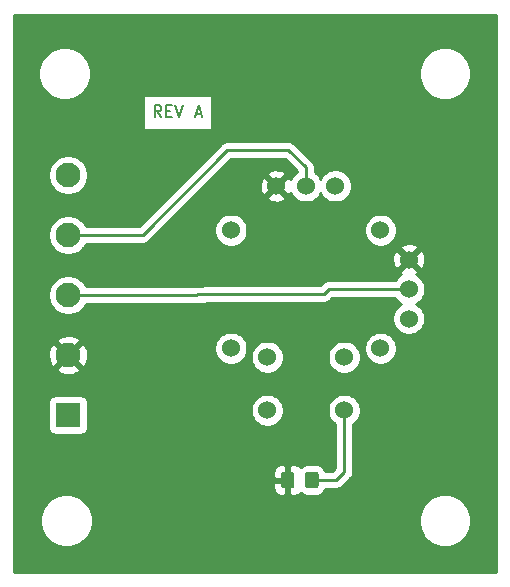
<source format=gbr>
G04 #@! TF.GenerationSoftware,KiCad,Pcbnew,(5.1.5)-3*
G04 #@! TF.CreationDate,2020-07-03T21:41:31-07:00*
G04 #@! TF.ProjectId,joystick,6a6f7973-7469-4636-9b2e-6b696361645f,rev?*
G04 #@! TF.SameCoordinates,Original*
G04 #@! TF.FileFunction,Copper,L1,Top*
G04 #@! TF.FilePolarity,Positive*
%FSLAX46Y46*%
G04 Gerber Fmt 4.6, Leading zero omitted, Abs format (unit mm)*
G04 Created by KiCad (PCBNEW (5.1.5)-3) date 2020-07-03 21:41:31*
%MOMM*%
%LPD*%
G04 APERTURE LIST*
%ADD10C,0.150000*%
%ADD11C,1.524000*%
%ADD12C,0.100000*%
%ADD13R,2.100000X2.100000*%
%ADD14C,2.100000*%
%ADD15C,0.250000*%
%ADD16C,0.254000*%
G04 APERTURE END LIST*
D10*
X96544047Y-47477380D02*
X96210714Y-47001190D01*
X95972619Y-47477380D02*
X95972619Y-46477380D01*
X96353571Y-46477380D01*
X96448809Y-46525000D01*
X96496428Y-46572619D01*
X96544047Y-46667857D01*
X96544047Y-46810714D01*
X96496428Y-46905952D01*
X96448809Y-46953571D01*
X96353571Y-47001190D01*
X95972619Y-47001190D01*
X96972619Y-46953571D02*
X97305952Y-46953571D01*
X97448809Y-47477380D02*
X96972619Y-47477380D01*
X96972619Y-46477380D01*
X97448809Y-46477380D01*
X97734523Y-46477380D02*
X98067857Y-47477380D01*
X98401190Y-46477380D01*
X99448809Y-47191666D02*
X99925000Y-47191666D01*
X99353571Y-47477380D02*
X99686904Y-46477380D01*
X100020238Y-47477380D01*
D11*
X117492400Y-64556000D03*
X117492400Y-62056000D03*
X117492400Y-59556000D03*
X111262400Y-53326000D03*
X108762400Y-53326000D03*
X106262400Y-53326000D03*
X112012400Y-67806000D03*
X105512400Y-67806000D03*
X105512400Y-72306000D03*
X112012400Y-72306000D03*
X115087400Y-57056000D03*
X115087400Y-67056000D03*
X102437400Y-67056000D03*
X102437400Y-57056000D03*
G04 #@! TA.AperFunction,SMDPad,CuDef*
D12*
G36*
X109638305Y-77520504D02*
G01*
X109662573Y-77524104D01*
X109686372Y-77530065D01*
X109709471Y-77538330D01*
X109731650Y-77548820D01*
X109752693Y-77561432D01*
X109772399Y-77576047D01*
X109790577Y-77592523D01*
X109807053Y-77610701D01*
X109821668Y-77630407D01*
X109834280Y-77651450D01*
X109844770Y-77673629D01*
X109853035Y-77696728D01*
X109858996Y-77720527D01*
X109862596Y-77744795D01*
X109863800Y-77769299D01*
X109863800Y-78669301D01*
X109862596Y-78693805D01*
X109858996Y-78718073D01*
X109853035Y-78741872D01*
X109844770Y-78764971D01*
X109834280Y-78787150D01*
X109821668Y-78808193D01*
X109807053Y-78827899D01*
X109790577Y-78846077D01*
X109772399Y-78862553D01*
X109752693Y-78877168D01*
X109731650Y-78889780D01*
X109709471Y-78900270D01*
X109686372Y-78908535D01*
X109662573Y-78914496D01*
X109638305Y-78918096D01*
X109613801Y-78919300D01*
X108963799Y-78919300D01*
X108939295Y-78918096D01*
X108915027Y-78914496D01*
X108891228Y-78908535D01*
X108868129Y-78900270D01*
X108845950Y-78889780D01*
X108824907Y-78877168D01*
X108805201Y-78862553D01*
X108787023Y-78846077D01*
X108770547Y-78827899D01*
X108755932Y-78808193D01*
X108743320Y-78787150D01*
X108732830Y-78764971D01*
X108724565Y-78741872D01*
X108718604Y-78718073D01*
X108715004Y-78693805D01*
X108713800Y-78669301D01*
X108713800Y-77769299D01*
X108715004Y-77744795D01*
X108718604Y-77720527D01*
X108724565Y-77696728D01*
X108732830Y-77673629D01*
X108743320Y-77651450D01*
X108755932Y-77630407D01*
X108770547Y-77610701D01*
X108787023Y-77592523D01*
X108805201Y-77576047D01*
X108824907Y-77561432D01*
X108845950Y-77548820D01*
X108868129Y-77538330D01*
X108891228Y-77530065D01*
X108915027Y-77524104D01*
X108939295Y-77520504D01*
X108963799Y-77519300D01*
X109613801Y-77519300D01*
X109638305Y-77520504D01*
G37*
G04 #@! TD.AperFunction*
G04 #@! TA.AperFunction,SMDPad,CuDef*
G36*
X107588305Y-77520504D02*
G01*
X107612573Y-77524104D01*
X107636372Y-77530065D01*
X107659471Y-77538330D01*
X107681650Y-77548820D01*
X107702693Y-77561432D01*
X107722399Y-77576047D01*
X107740577Y-77592523D01*
X107757053Y-77610701D01*
X107771668Y-77630407D01*
X107784280Y-77651450D01*
X107794770Y-77673629D01*
X107803035Y-77696728D01*
X107808996Y-77720527D01*
X107812596Y-77744795D01*
X107813800Y-77769299D01*
X107813800Y-78669301D01*
X107812596Y-78693805D01*
X107808996Y-78718073D01*
X107803035Y-78741872D01*
X107794770Y-78764971D01*
X107784280Y-78787150D01*
X107771668Y-78808193D01*
X107757053Y-78827899D01*
X107740577Y-78846077D01*
X107722399Y-78862553D01*
X107702693Y-78877168D01*
X107681650Y-78889780D01*
X107659471Y-78900270D01*
X107636372Y-78908535D01*
X107612573Y-78914496D01*
X107588305Y-78918096D01*
X107563801Y-78919300D01*
X106913799Y-78919300D01*
X106889295Y-78918096D01*
X106865027Y-78914496D01*
X106841228Y-78908535D01*
X106818129Y-78900270D01*
X106795950Y-78889780D01*
X106774907Y-78877168D01*
X106755201Y-78862553D01*
X106737023Y-78846077D01*
X106720547Y-78827899D01*
X106705932Y-78808193D01*
X106693320Y-78787150D01*
X106682830Y-78764971D01*
X106674565Y-78741872D01*
X106668604Y-78718073D01*
X106665004Y-78693805D01*
X106663800Y-78669301D01*
X106663800Y-77769299D01*
X106665004Y-77744795D01*
X106668604Y-77720527D01*
X106674565Y-77696728D01*
X106682830Y-77673629D01*
X106693320Y-77651450D01*
X106705932Y-77630407D01*
X106720547Y-77610701D01*
X106737023Y-77592523D01*
X106755201Y-77576047D01*
X106774907Y-77561432D01*
X106795950Y-77548820D01*
X106818129Y-77538330D01*
X106841228Y-77530065D01*
X106865027Y-77524104D01*
X106889295Y-77520504D01*
X106913799Y-77519300D01*
X107563801Y-77519300D01*
X107588305Y-77520504D01*
G37*
G04 #@! TD.AperFunction*
D13*
X88646000Y-72720200D03*
D14*
X88646000Y-67640200D03*
X88646000Y-62560200D03*
X88646000Y-57480200D03*
X88646000Y-52400200D03*
D15*
X116414770Y-62056000D02*
X116410970Y-62052200D01*
X117492400Y-62056000D02*
X116414770Y-62056000D01*
X110693200Y-62052200D02*
X110286800Y-62458600D01*
X116410970Y-62052200D02*
X110693200Y-62052200D01*
X88646000Y-62560200D02*
X110286800Y-62458600D01*
X108762400Y-51752100D02*
X108762400Y-53326000D01*
X90130924Y-57480200D02*
X90156324Y-57454800D01*
X107289600Y-50279300D02*
X108762400Y-51752100D01*
X88646000Y-57480200D02*
X90130924Y-57480200D01*
X90156324Y-57454800D02*
X94945200Y-57454800D01*
X94945200Y-57454800D02*
X102120700Y-50279300D01*
X102120700Y-50279300D02*
X107289600Y-50279300D01*
X112012400Y-73383630D02*
X112026700Y-73397930D01*
X112012400Y-72306000D02*
X112012400Y-73383630D01*
X112026700Y-73397930D02*
X112026700Y-77508100D01*
X111315500Y-78219300D02*
X109288800Y-78219300D01*
X112026700Y-77508100D02*
X111315500Y-78219300D01*
D16*
G36*
X124888401Y-85966700D02*
G01*
X84035500Y-85966700D01*
X84035500Y-81453572D01*
X86245900Y-81453572D01*
X86245900Y-81893828D01*
X86331790Y-82325625D01*
X86500269Y-82732369D01*
X86744862Y-83098429D01*
X87056171Y-83409738D01*
X87422231Y-83654331D01*
X87828975Y-83822810D01*
X88260772Y-83908700D01*
X88701028Y-83908700D01*
X89132825Y-83822810D01*
X89539569Y-83654331D01*
X89905629Y-83409738D01*
X90216938Y-83098429D01*
X90461531Y-82732369D01*
X90630010Y-82325625D01*
X90715900Y-81893828D01*
X90715900Y-81453572D01*
X118313400Y-81453572D01*
X118313400Y-81893828D01*
X118399290Y-82325625D01*
X118567769Y-82732369D01*
X118812362Y-83098429D01*
X119123671Y-83409738D01*
X119489731Y-83654331D01*
X119896475Y-83822810D01*
X120328272Y-83908700D01*
X120768528Y-83908700D01*
X121200325Y-83822810D01*
X121607069Y-83654331D01*
X121973129Y-83409738D01*
X122284438Y-83098429D01*
X122529031Y-82732369D01*
X122697510Y-82325625D01*
X122783400Y-81893828D01*
X122783400Y-81453572D01*
X122697510Y-81021775D01*
X122529031Y-80615031D01*
X122284438Y-80248971D01*
X121973129Y-79937662D01*
X121607069Y-79693069D01*
X121200325Y-79524590D01*
X120768528Y-79438700D01*
X120328272Y-79438700D01*
X119896475Y-79524590D01*
X119489731Y-79693069D01*
X119123671Y-79937662D01*
X118812362Y-80248971D01*
X118567769Y-80615031D01*
X118399290Y-81021775D01*
X118313400Y-81453572D01*
X90715900Y-81453572D01*
X90630010Y-81021775D01*
X90461531Y-80615031D01*
X90216938Y-80248971D01*
X89905629Y-79937662D01*
X89539569Y-79693069D01*
X89132825Y-79524590D01*
X88701028Y-79438700D01*
X88260772Y-79438700D01*
X87828975Y-79524590D01*
X87422231Y-79693069D01*
X87056171Y-79937662D01*
X86744862Y-80248971D01*
X86500269Y-80615031D01*
X86331790Y-81021775D01*
X86245900Y-81453572D01*
X84035500Y-81453572D01*
X84035500Y-78919300D01*
X106025728Y-78919300D01*
X106037988Y-79043782D01*
X106074298Y-79163480D01*
X106133263Y-79273794D01*
X106212615Y-79370485D01*
X106309306Y-79449837D01*
X106419620Y-79508802D01*
X106539318Y-79545112D01*
X106663800Y-79557372D01*
X106953050Y-79554300D01*
X107111800Y-79395550D01*
X107111800Y-78346300D01*
X106187550Y-78346300D01*
X106028800Y-78505050D01*
X106025728Y-78919300D01*
X84035500Y-78919300D01*
X84035500Y-77519300D01*
X106025728Y-77519300D01*
X106028800Y-77933550D01*
X106187550Y-78092300D01*
X107111800Y-78092300D01*
X107111800Y-77043050D01*
X107365800Y-77043050D01*
X107365800Y-78092300D01*
X107385800Y-78092300D01*
X107385800Y-78346300D01*
X107365800Y-78346300D01*
X107365800Y-79395550D01*
X107524550Y-79554300D01*
X107813800Y-79557372D01*
X107938282Y-79545112D01*
X108057980Y-79508802D01*
X108168294Y-79449837D01*
X108264985Y-79370485D01*
X108330458Y-79290706D01*
X108335838Y-79297262D01*
X108470413Y-79407705D01*
X108623949Y-79489772D01*
X108790545Y-79540308D01*
X108963799Y-79557372D01*
X109613801Y-79557372D01*
X109787055Y-79540308D01*
X109953651Y-79489772D01*
X110107187Y-79407705D01*
X110241762Y-79297262D01*
X110352205Y-79162687D01*
X110434272Y-79009151D01*
X110443327Y-78979300D01*
X111278178Y-78979300D01*
X111315500Y-78982976D01*
X111352822Y-78979300D01*
X111352833Y-78979300D01*
X111464486Y-78968303D01*
X111607747Y-78924846D01*
X111739776Y-78854274D01*
X111855501Y-78759301D01*
X111879303Y-78730298D01*
X112537702Y-78071899D01*
X112566701Y-78048101D01*
X112661674Y-77932376D01*
X112732246Y-77800347D01*
X112775703Y-77657086D01*
X112786700Y-77545433D01*
X112786700Y-77545425D01*
X112790376Y-77508100D01*
X112786700Y-77470775D01*
X112786700Y-73468786D01*
X112902935Y-73391120D01*
X113097520Y-73196535D01*
X113250405Y-72967727D01*
X113355714Y-72713490D01*
X113409400Y-72443592D01*
X113409400Y-72168408D01*
X113355714Y-71898510D01*
X113250405Y-71644273D01*
X113097520Y-71415465D01*
X112902935Y-71220880D01*
X112674127Y-71067995D01*
X112419890Y-70962686D01*
X112149992Y-70909000D01*
X111874808Y-70909000D01*
X111604910Y-70962686D01*
X111350673Y-71067995D01*
X111121865Y-71220880D01*
X110927280Y-71415465D01*
X110774395Y-71644273D01*
X110669086Y-71898510D01*
X110615400Y-72168408D01*
X110615400Y-72443592D01*
X110669086Y-72713490D01*
X110774395Y-72967727D01*
X110927280Y-73196535D01*
X111121865Y-73391120D01*
X111258450Y-73482384D01*
X111263398Y-73532616D01*
X111266700Y-73543502D01*
X111266701Y-77193297D01*
X111000699Y-77459300D01*
X110443327Y-77459300D01*
X110434272Y-77429449D01*
X110352205Y-77275913D01*
X110241762Y-77141338D01*
X110107187Y-77030895D01*
X109953651Y-76948828D01*
X109787055Y-76898292D01*
X109613801Y-76881228D01*
X108963799Y-76881228D01*
X108790545Y-76898292D01*
X108623949Y-76948828D01*
X108470413Y-77030895D01*
X108335838Y-77141338D01*
X108330458Y-77147894D01*
X108264985Y-77068115D01*
X108168294Y-76988763D01*
X108057980Y-76929798D01*
X107938282Y-76893488D01*
X107813800Y-76881228D01*
X107524550Y-76884300D01*
X107365800Y-77043050D01*
X107111800Y-77043050D01*
X106953050Y-76884300D01*
X106663800Y-76881228D01*
X106539318Y-76893488D01*
X106419620Y-76929798D01*
X106309306Y-76988763D01*
X106212615Y-77068115D01*
X106133263Y-77164806D01*
X106074298Y-77275120D01*
X106037988Y-77394818D01*
X106025728Y-77519300D01*
X84035500Y-77519300D01*
X84035500Y-71670200D01*
X86957928Y-71670200D01*
X86957928Y-73770200D01*
X86970188Y-73894682D01*
X87006498Y-74014380D01*
X87065463Y-74124694D01*
X87144815Y-74221385D01*
X87241506Y-74300737D01*
X87351820Y-74359702D01*
X87471518Y-74396012D01*
X87596000Y-74408272D01*
X89696000Y-74408272D01*
X89820482Y-74396012D01*
X89940180Y-74359702D01*
X90050494Y-74300737D01*
X90147185Y-74221385D01*
X90226537Y-74124694D01*
X90285502Y-74014380D01*
X90321812Y-73894682D01*
X90334072Y-73770200D01*
X90334072Y-72168408D01*
X104115400Y-72168408D01*
X104115400Y-72443592D01*
X104169086Y-72713490D01*
X104274395Y-72967727D01*
X104427280Y-73196535D01*
X104621865Y-73391120D01*
X104850673Y-73544005D01*
X105104910Y-73649314D01*
X105374808Y-73703000D01*
X105649992Y-73703000D01*
X105919890Y-73649314D01*
X106174127Y-73544005D01*
X106402935Y-73391120D01*
X106597520Y-73196535D01*
X106750405Y-72967727D01*
X106855714Y-72713490D01*
X106909400Y-72443592D01*
X106909400Y-72168408D01*
X106855714Y-71898510D01*
X106750405Y-71644273D01*
X106597520Y-71415465D01*
X106402935Y-71220880D01*
X106174127Y-71067995D01*
X105919890Y-70962686D01*
X105649992Y-70909000D01*
X105374808Y-70909000D01*
X105104910Y-70962686D01*
X104850673Y-71067995D01*
X104621865Y-71220880D01*
X104427280Y-71415465D01*
X104274395Y-71644273D01*
X104169086Y-71898510D01*
X104115400Y-72168408D01*
X90334072Y-72168408D01*
X90334072Y-71670200D01*
X90321812Y-71545718D01*
X90285502Y-71426020D01*
X90226537Y-71315706D01*
X90147185Y-71219015D01*
X90050494Y-71139663D01*
X89940180Y-71080698D01*
X89820482Y-71044388D01*
X89696000Y-71032128D01*
X87596000Y-71032128D01*
X87471518Y-71044388D01*
X87351820Y-71080698D01*
X87241506Y-71139663D01*
X87144815Y-71219015D01*
X87065463Y-71315706D01*
X87006498Y-71426020D01*
X86970188Y-71545718D01*
X86957928Y-71670200D01*
X84035500Y-71670200D01*
X84035500Y-68811266D01*
X87654539Y-68811266D01*
X87756339Y-69080779D01*
X88054477Y-69226663D01*
X88375346Y-69311580D01*
X88706617Y-69332266D01*
X89035557Y-69287928D01*
X89349527Y-69180269D01*
X89535661Y-69080779D01*
X89637461Y-68811266D01*
X88646000Y-67819805D01*
X87654539Y-68811266D01*
X84035500Y-68811266D01*
X84035500Y-67700817D01*
X86953934Y-67700817D01*
X86998272Y-68029757D01*
X87105931Y-68343727D01*
X87205421Y-68529861D01*
X87474934Y-68631661D01*
X88466395Y-67640200D01*
X88825605Y-67640200D01*
X89817066Y-68631661D01*
X90086579Y-68529861D01*
X90232463Y-68231723D01*
X90317380Y-67910854D01*
X90338066Y-67579583D01*
X90293728Y-67250643D01*
X90186069Y-66936673D01*
X90176307Y-66918408D01*
X101040400Y-66918408D01*
X101040400Y-67193592D01*
X101094086Y-67463490D01*
X101199395Y-67717727D01*
X101352280Y-67946535D01*
X101546865Y-68141120D01*
X101775673Y-68294005D01*
X102029910Y-68399314D01*
X102299808Y-68453000D01*
X102574992Y-68453000D01*
X102844890Y-68399314D01*
X103099127Y-68294005D01*
X103327935Y-68141120D01*
X103522520Y-67946535D01*
X103675405Y-67717727D01*
X103695833Y-67668408D01*
X104115400Y-67668408D01*
X104115400Y-67943592D01*
X104169086Y-68213490D01*
X104274395Y-68467727D01*
X104427280Y-68696535D01*
X104621865Y-68891120D01*
X104850673Y-69044005D01*
X105104910Y-69149314D01*
X105374808Y-69203000D01*
X105649992Y-69203000D01*
X105919890Y-69149314D01*
X106174127Y-69044005D01*
X106402935Y-68891120D01*
X106597520Y-68696535D01*
X106750405Y-68467727D01*
X106855714Y-68213490D01*
X106909400Y-67943592D01*
X106909400Y-67668408D01*
X110615400Y-67668408D01*
X110615400Y-67943592D01*
X110669086Y-68213490D01*
X110774395Y-68467727D01*
X110927280Y-68696535D01*
X111121865Y-68891120D01*
X111350673Y-69044005D01*
X111604910Y-69149314D01*
X111874808Y-69203000D01*
X112149992Y-69203000D01*
X112419890Y-69149314D01*
X112674127Y-69044005D01*
X112902935Y-68891120D01*
X113097520Y-68696535D01*
X113250405Y-68467727D01*
X113355714Y-68213490D01*
X113409400Y-67943592D01*
X113409400Y-67668408D01*
X113355714Y-67398510D01*
X113250405Y-67144273D01*
X113099487Y-66918408D01*
X113690400Y-66918408D01*
X113690400Y-67193592D01*
X113744086Y-67463490D01*
X113849395Y-67717727D01*
X114002280Y-67946535D01*
X114196865Y-68141120D01*
X114425673Y-68294005D01*
X114679910Y-68399314D01*
X114949808Y-68453000D01*
X115224992Y-68453000D01*
X115494890Y-68399314D01*
X115749127Y-68294005D01*
X115977935Y-68141120D01*
X116172520Y-67946535D01*
X116325405Y-67717727D01*
X116430714Y-67463490D01*
X116484400Y-67193592D01*
X116484400Y-66918408D01*
X116430714Y-66648510D01*
X116325405Y-66394273D01*
X116172520Y-66165465D01*
X115977935Y-65970880D01*
X115749127Y-65817995D01*
X115494890Y-65712686D01*
X115224992Y-65659000D01*
X114949808Y-65659000D01*
X114679910Y-65712686D01*
X114425673Y-65817995D01*
X114196865Y-65970880D01*
X114002280Y-66165465D01*
X113849395Y-66394273D01*
X113744086Y-66648510D01*
X113690400Y-66918408D01*
X113099487Y-66918408D01*
X113097520Y-66915465D01*
X112902935Y-66720880D01*
X112674127Y-66567995D01*
X112419890Y-66462686D01*
X112149992Y-66409000D01*
X111874808Y-66409000D01*
X111604910Y-66462686D01*
X111350673Y-66567995D01*
X111121865Y-66720880D01*
X110927280Y-66915465D01*
X110774395Y-67144273D01*
X110669086Y-67398510D01*
X110615400Y-67668408D01*
X106909400Y-67668408D01*
X106855714Y-67398510D01*
X106750405Y-67144273D01*
X106597520Y-66915465D01*
X106402935Y-66720880D01*
X106174127Y-66567995D01*
X105919890Y-66462686D01*
X105649992Y-66409000D01*
X105374808Y-66409000D01*
X105104910Y-66462686D01*
X104850673Y-66567995D01*
X104621865Y-66720880D01*
X104427280Y-66915465D01*
X104274395Y-67144273D01*
X104169086Y-67398510D01*
X104115400Y-67668408D01*
X103695833Y-67668408D01*
X103780714Y-67463490D01*
X103834400Y-67193592D01*
X103834400Y-66918408D01*
X103780714Y-66648510D01*
X103675405Y-66394273D01*
X103522520Y-66165465D01*
X103327935Y-65970880D01*
X103099127Y-65817995D01*
X102844890Y-65712686D01*
X102574992Y-65659000D01*
X102299808Y-65659000D01*
X102029910Y-65712686D01*
X101775673Y-65817995D01*
X101546865Y-65970880D01*
X101352280Y-66165465D01*
X101199395Y-66394273D01*
X101094086Y-66648510D01*
X101040400Y-66918408D01*
X90176307Y-66918408D01*
X90086579Y-66750539D01*
X89817066Y-66648739D01*
X88825605Y-67640200D01*
X88466395Y-67640200D01*
X87474934Y-66648739D01*
X87205421Y-66750539D01*
X87059537Y-67048677D01*
X86974620Y-67369546D01*
X86953934Y-67700817D01*
X84035500Y-67700817D01*
X84035500Y-66469134D01*
X87654539Y-66469134D01*
X88646000Y-67460595D01*
X89637461Y-66469134D01*
X89535661Y-66199621D01*
X89237523Y-66053737D01*
X88916654Y-65968820D01*
X88585383Y-65948134D01*
X88256443Y-65992472D01*
X87942473Y-66100131D01*
X87756339Y-66199621D01*
X87654539Y-66469134D01*
X84035500Y-66469134D01*
X84035500Y-62394242D01*
X86961000Y-62394242D01*
X86961000Y-62726158D01*
X87025754Y-63051696D01*
X87152772Y-63358347D01*
X87337175Y-63634325D01*
X87571875Y-63869025D01*
X87847853Y-64053428D01*
X88154504Y-64180446D01*
X88480042Y-64245200D01*
X88811958Y-64245200D01*
X89137496Y-64180446D01*
X89444147Y-64053428D01*
X89720125Y-63869025D01*
X89954825Y-63634325D01*
X90139228Y-63358347D01*
X90157966Y-63313109D01*
X110251253Y-63218775D01*
X110286800Y-63222276D01*
X110325905Y-63218424D01*
X110327700Y-63218416D01*
X110363209Y-63214750D01*
X110435785Y-63207602D01*
X110437505Y-63207080D01*
X110439300Y-63206895D01*
X110509170Y-63185342D01*
X110579046Y-63164146D01*
X110580635Y-63163296D01*
X110582355Y-63162766D01*
X110646543Y-63128068D01*
X110711076Y-63093574D01*
X110712471Y-63092429D01*
X110714051Y-63091575D01*
X110770192Y-63045058D01*
X110797802Y-63022399D01*
X110799072Y-63021129D01*
X110829329Y-62996059D01*
X110851859Y-62968343D01*
X111008001Y-62812200D01*
X116317520Y-62812200D01*
X116407280Y-62946535D01*
X116601865Y-63141120D01*
X116830673Y-63294005D01*
X116859631Y-63306000D01*
X116830673Y-63317995D01*
X116601865Y-63470880D01*
X116407280Y-63665465D01*
X116254395Y-63894273D01*
X116149086Y-64148510D01*
X116095400Y-64418408D01*
X116095400Y-64693592D01*
X116149086Y-64963490D01*
X116254395Y-65217727D01*
X116407280Y-65446535D01*
X116601865Y-65641120D01*
X116830673Y-65794005D01*
X117084910Y-65899314D01*
X117354808Y-65953000D01*
X117629992Y-65953000D01*
X117899890Y-65899314D01*
X118154127Y-65794005D01*
X118382935Y-65641120D01*
X118577520Y-65446535D01*
X118730405Y-65217727D01*
X118835714Y-64963490D01*
X118889400Y-64693592D01*
X118889400Y-64418408D01*
X118835714Y-64148510D01*
X118730405Y-63894273D01*
X118577520Y-63665465D01*
X118382935Y-63470880D01*
X118154127Y-63317995D01*
X118125169Y-63306000D01*
X118154127Y-63294005D01*
X118382935Y-63141120D01*
X118577520Y-62946535D01*
X118730405Y-62717727D01*
X118835714Y-62463490D01*
X118889400Y-62193592D01*
X118889400Y-61918408D01*
X118835714Y-61648510D01*
X118730405Y-61394273D01*
X118577520Y-61165465D01*
X118382935Y-60970880D01*
X118154127Y-60817995D01*
X118126999Y-60806758D01*
X118211380Y-60761656D01*
X118278360Y-60521565D01*
X117492400Y-59735605D01*
X116706440Y-60521565D01*
X116773420Y-60761656D01*
X116863933Y-60804218D01*
X116830673Y-60817995D01*
X116601865Y-60970880D01*
X116407280Y-61165465D01*
X116322598Y-61292200D01*
X110730522Y-61292200D01*
X110693199Y-61288524D01*
X110655876Y-61292200D01*
X110655867Y-61292200D01*
X110544214Y-61303197D01*
X110400953Y-61346654D01*
X110268924Y-61417226D01*
X110153199Y-61512199D01*
X110129400Y-61541198D01*
X109970521Y-61700077D01*
X90152097Y-61793121D01*
X90139228Y-61762053D01*
X89954825Y-61486075D01*
X89720125Y-61251375D01*
X89444147Y-61066972D01*
X89137496Y-60939954D01*
X88811958Y-60875200D01*
X88480042Y-60875200D01*
X88154504Y-60939954D01*
X87847853Y-61066972D01*
X87571875Y-61251375D01*
X87337175Y-61486075D01*
X87152772Y-61762053D01*
X87025754Y-62068704D01*
X86961000Y-62394242D01*
X84035500Y-62394242D01*
X84035500Y-59628017D01*
X116090490Y-59628017D01*
X116131478Y-59900133D01*
X116224764Y-60159023D01*
X116286744Y-60274980D01*
X116526835Y-60341960D01*
X117312795Y-59556000D01*
X117672005Y-59556000D01*
X118457965Y-60341960D01*
X118698056Y-60274980D01*
X118815156Y-60025952D01*
X118881423Y-59758865D01*
X118894310Y-59483983D01*
X118853322Y-59211867D01*
X118760036Y-58952977D01*
X118698056Y-58837020D01*
X118457965Y-58770040D01*
X117672005Y-59556000D01*
X117312795Y-59556000D01*
X116526835Y-58770040D01*
X116286744Y-58837020D01*
X116169644Y-59086048D01*
X116103377Y-59353135D01*
X116090490Y-59628017D01*
X84035500Y-59628017D01*
X84035500Y-57314242D01*
X86961000Y-57314242D01*
X86961000Y-57646158D01*
X87025754Y-57971696D01*
X87152772Y-58278347D01*
X87337175Y-58554325D01*
X87571875Y-58789025D01*
X87847853Y-58973428D01*
X88154504Y-59100446D01*
X88480042Y-59165200D01*
X88811958Y-59165200D01*
X89137496Y-59100446D01*
X89444147Y-58973428D01*
X89720125Y-58789025D01*
X89918715Y-58590435D01*
X116706440Y-58590435D01*
X117492400Y-59376395D01*
X118278360Y-58590435D01*
X118211380Y-58350344D01*
X117962352Y-58233244D01*
X117695265Y-58166977D01*
X117420383Y-58154090D01*
X117148267Y-58195078D01*
X116889377Y-58288364D01*
X116773420Y-58350344D01*
X116706440Y-58590435D01*
X89918715Y-58590435D01*
X89954825Y-58554325D01*
X90139228Y-58278347D01*
X90154467Y-58241557D01*
X90168246Y-58240200D01*
X90168257Y-58240200D01*
X90279910Y-58229203D01*
X90327391Y-58214800D01*
X94907878Y-58214800D01*
X94945200Y-58218476D01*
X94982522Y-58214800D01*
X94982533Y-58214800D01*
X95094186Y-58203803D01*
X95237447Y-58160346D01*
X95369476Y-58089774D01*
X95485201Y-57994801D01*
X95509004Y-57965797D01*
X96556393Y-56918408D01*
X101040400Y-56918408D01*
X101040400Y-57193592D01*
X101094086Y-57463490D01*
X101199395Y-57717727D01*
X101352280Y-57946535D01*
X101546865Y-58141120D01*
X101775673Y-58294005D01*
X102029910Y-58399314D01*
X102299808Y-58453000D01*
X102574992Y-58453000D01*
X102844890Y-58399314D01*
X103099127Y-58294005D01*
X103327935Y-58141120D01*
X103522520Y-57946535D01*
X103675405Y-57717727D01*
X103780714Y-57463490D01*
X103834400Y-57193592D01*
X103834400Y-56918408D01*
X113690400Y-56918408D01*
X113690400Y-57193592D01*
X113744086Y-57463490D01*
X113849395Y-57717727D01*
X114002280Y-57946535D01*
X114196865Y-58141120D01*
X114425673Y-58294005D01*
X114679910Y-58399314D01*
X114949808Y-58453000D01*
X115224992Y-58453000D01*
X115494890Y-58399314D01*
X115749127Y-58294005D01*
X115977935Y-58141120D01*
X116172520Y-57946535D01*
X116325405Y-57717727D01*
X116430714Y-57463490D01*
X116484400Y-57193592D01*
X116484400Y-56918408D01*
X116430714Y-56648510D01*
X116325405Y-56394273D01*
X116172520Y-56165465D01*
X115977935Y-55970880D01*
X115749127Y-55817995D01*
X115494890Y-55712686D01*
X115224992Y-55659000D01*
X114949808Y-55659000D01*
X114679910Y-55712686D01*
X114425673Y-55817995D01*
X114196865Y-55970880D01*
X114002280Y-56165465D01*
X113849395Y-56394273D01*
X113744086Y-56648510D01*
X113690400Y-56918408D01*
X103834400Y-56918408D01*
X103780714Y-56648510D01*
X103675405Y-56394273D01*
X103522520Y-56165465D01*
X103327935Y-55970880D01*
X103099127Y-55817995D01*
X102844890Y-55712686D01*
X102574992Y-55659000D01*
X102299808Y-55659000D01*
X102029910Y-55712686D01*
X101775673Y-55817995D01*
X101546865Y-55970880D01*
X101352280Y-56165465D01*
X101199395Y-56394273D01*
X101094086Y-56648510D01*
X101040400Y-56918408D01*
X96556393Y-56918408D01*
X99183236Y-54291565D01*
X105476440Y-54291565D01*
X105543420Y-54531656D01*
X105792448Y-54648756D01*
X106059535Y-54715023D01*
X106334417Y-54727910D01*
X106606533Y-54686922D01*
X106865423Y-54593636D01*
X106981380Y-54531656D01*
X107048360Y-54291565D01*
X106262400Y-53505605D01*
X105476440Y-54291565D01*
X99183236Y-54291565D01*
X100076785Y-53398017D01*
X104860490Y-53398017D01*
X104901478Y-53670133D01*
X104994764Y-53929023D01*
X105056744Y-54044980D01*
X105296835Y-54111960D01*
X106082795Y-53326000D01*
X105296835Y-52540040D01*
X105056744Y-52607020D01*
X104939644Y-52856048D01*
X104873377Y-53123135D01*
X104860490Y-53398017D01*
X100076785Y-53398017D01*
X101114367Y-52360435D01*
X105476440Y-52360435D01*
X106262400Y-53146395D01*
X107048360Y-52360435D01*
X106981380Y-52120344D01*
X106732352Y-52003244D01*
X106465265Y-51936977D01*
X106190383Y-51924090D01*
X105918267Y-51965078D01*
X105659377Y-52058364D01*
X105543420Y-52120344D01*
X105476440Y-52360435D01*
X101114367Y-52360435D01*
X102435503Y-51039300D01*
X106974799Y-51039300D01*
X108002400Y-52066902D01*
X108002400Y-52153659D01*
X107871865Y-52240880D01*
X107677280Y-52435465D01*
X107524395Y-52664273D01*
X107513158Y-52691401D01*
X107468056Y-52607020D01*
X107227965Y-52540040D01*
X106442005Y-53326000D01*
X107227965Y-54111960D01*
X107468056Y-54044980D01*
X107510618Y-53954467D01*
X107524395Y-53987727D01*
X107677280Y-54216535D01*
X107871865Y-54411120D01*
X108100673Y-54564005D01*
X108354910Y-54669314D01*
X108624808Y-54723000D01*
X108899992Y-54723000D01*
X109169890Y-54669314D01*
X109424127Y-54564005D01*
X109652935Y-54411120D01*
X109847520Y-54216535D01*
X110000405Y-53987727D01*
X110012400Y-53958769D01*
X110024395Y-53987727D01*
X110177280Y-54216535D01*
X110371865Y-54411120D01*
X110600673Y-54564005D01*
X110854910Y-54669314D01*
X111124808Y-54723000D01*
X111399992Y-54723000D01*
X111669890Y-54669314D01*
X111924127Y-54564005D01*
X112152935Y-54411120D01*
X112347520Y-54216535D01*
X112500405Y-53987727D01*
X112605714Y-53733490D01*
X112659400Y-53463592D01*
X112659400Y-53188408D01*
X112605714Y-52918510D01*
X112500405Y-52664273D01*
X112347520Y-52435465D01*
X112152935Y-52240880D01*
X111924127Y-52087995D01*
X111669890Y-51982686D01*
X111399992Y-51929000D01*
X111124808Y-51929000D01*
X110854910Y-51982686D01*
X110600673Y-52087995D01*
X110371865Y-52240880D01*
X110177280Y-52435465D01*
X110024395Y-52664273D01*
X110012400Y-52693231D01*
X110000405Y-52664273D01*
X109847520Y-52435465D01*
X109652935Y-52240880D01*
X109522400Y-52153659D01*
X109522400Y-51789425D01*
X109526076Y-51752100D01*
X109522400Y-51714775D01*
X109522400Y-51714767D01*
X109511403Y-51603114D01*
X109467946Y-51459853D01*
X109397374Y-51327824D01*
X109302401Y-51212099D01*
X109273404Y-51188302D01*
X107853404Y-49768303D01*
X107829601Y-49739299D01*
X107713876Y-49644326D01*
X107581847Y-49573754D01*
X107438586Y-49530297D01*
X107326933Y-49519300D01*
X107326922Y-49519300D01*
X107289600Y-49515624D01*
X107252278Y-49519300D01*
X102158022Y-49519300D01*
X102120699Y-49515624D01*
X102083376Y-49519300D01*
X102083367Y-49519300D01*
X101971714Y-49530297D01*
X101828453Y-49573754D01*
X101696424Y-49644326D01*
X101696422Y-49644327D01*
X101696423Y-49644327D01*
X101609696Y-49715501D01*
X101609692Y-49715505D01*
X101580699Y-49739299D01*
X101556905Y-49768292D01*
X94630399Y-56694800D01*
X90193646Y-56694800D01*
X90156323Y-56691124D01*
X90143508Y-56692386D01*
X90139228Y-56682053D01*
X89954825Y-56406075D01*
X89720125Y-56171375D01*
X89444147Y-55986972D01*
X89137496Y-55859954D01*
X88811958Y-55795200D01*
X88480042Y-55795200D01*
X88154504Y-55859954D01*
X87847853Y-55986972D01*
X87571875Y-56171375D01*
X87337175Y-56406075D01*
X87152772Y-56682053D01*
X87025754Y-56988704D01*
X86961000Y-57314242D01*
X84035500Y-57314242D01*
X84035500Y-52234242D01*
X86961000Y-52234242D01*
X86961000Y-52566158D01*
X87025754Y-52891696D01*
X87152772Y-53198347D01*
X87337175Y-53474325D01*
X87571875Y-53709025D01*
X87847853Y-53893428D01*
X88154504Y-54020446D01*
X88480042Y-54085200D01*
X88811958Y-54085200D01*
X89137496Y-54020446D01*
X89444147Y-53893428D01*
X89720125Y-53709025D01*
X89954825Y-53474325D01*
X90139228Y-53198347D01*
X90266246Y-52891696D01*
X90331000Y-52566158D01*
X90331000Y-52234242D01*
X90266246Y-51908704D01*
X90139228Y-51602053D01*
X89954825Y-51326075D01*
X89720125Y-51091375D01*
X89444147Y-50906972D01*
X89137496Y-50779954D01*
X88811958Y-50715200D01*
X88480042Y-50715200D01*
X88154504Y-50779954D01*
X87847853Y-50906972D01*
X87571875Y-51091375D01*
X87337175Y-51326075D01*
X87152772Y-51602053D01*
X87025754Y-51908704D01*
X86961000Y-52234242D01*
X84035500Y-52234242D01*
X84035500Y-43569472D01*
X86131600Y-43569472D01*
X86131600Y-44009728D01*
X86217490Y-44441525D01*
X86385969Y-44848269D01*
X86630562Y-45214329D01*
X86941871Y-45525638D01*
X87307931Y-45770231D01*
X87714675Y-45938710D01*
X88146472Y-46024600D01*
X88586728Y-46024600D01*
X89018525Y-45938710D01*
X89425269Y-45770231D01*
X89631398Y-45632500D01*
X95024524Y-45632500D01*
X95024524Y-48552500D01*
X100825476Y-48552500D01*
X100825476Y-45632500D01*
X95024524Y-45632500D01*
X89631398Y-45632500D01*
X89791329Y-45525638D01*
X90102638Y-45214329D01*
X90347231Y-44848269D01*
X90515710Y-44441525D01*
X90601600Y-44009728D01*
X90601600Y-43569472D01*
X118313400Y-43569472D01*
X118313400Y-44009728D01*
X118399290Y-44441525D01*
X118567769Y-44848269D01*
X118812362Y-45214329D01*
X119123671Y-45525638D01*
X119489731Y-45770231D01*
X119896475Y-45938710D01*
X120328272Y-46024600D01*
X120768528Y-46024600D01*
X121200325Y-45938710D01*
X121607069Y-45770231D01*
X121973129Y-45525638D01*
X122284438Y-45214329D01*
X122529031Y-44848269D01*
X122697510Y-44441525D01*
X122783400Y-44009728D01*
X122783400Y-43569472D01*
X122697510Y-43137675D01*
X122529031Y-42730931D01*
X122284438Y-42364871D01*
X121973129Y-42053562D01*
X121607069Y-41808969D01*
X121200325Y-41640490D01*
X120768528Y-41554600D01*
X120328272Y-41554600D01*
X119896475Y-41640490D01*
X119489731Y-41808969D01*
X119123671Y-42053562D01*
X118812362Y-42364871D01*
X118567769Y-42730931D01*
X118399290Y-43137675D01*
X118313400Y-43569472D01*
X90601600Y-43569472D01*
X90515710Y-43137675D01*
X90347231Y-42730931D01*
X90102638Y-42364871D01*
X89791329Y-42053562D01*
X89425269Y-41808969D01*
X89018525Y-41640490D01*
X88586728Y-41554600D01*
X88146472Y-41554600D01*
X87714675Y-41640490D01*
X87307931Y-41808969D01*
X86941871Y-42053562D01*
X86630562Y-42364871D01*
X86385969Y-42730931D01*
X86217490Y-43137675D01*
X86131600Y-43569472D01*
X84035500Y-43569472D01*
X84035500Y-38887000D01*
X124888400Y-38887000D01*
X124888401Y-85966700D01*
G37*
X124888401Y-85966700D02*
X84035500Y-85966700D01*
X84035500Y-81453572D01*
X86245900Y-81453572D01*
X86245900Y-81893828D01*
X86331790Y-82325625D01*
X86500269Y-82732369D01*
X86744862Y-83098429D01*
X87056171Y-83409738D01*
X87422231Y-83654331D01*
X87828975Y-83822810D01*
X88260772Y-83908700D01*
X88701028Y-83908700D01*
X89132825Y-83822810D01*
X89539569Y-83654331D01*
X89905629Y-83409738D01*
X90216938Y-83098429D01*
X90461531Y-82732369D01*
X90630010Y-82325625D01*
X90715900Y-81893828D01*
X90715900Y-81453572D01*
X118313400Y-81453572D01*
X118313400Y-81893828D01*
X118399290Y-82325625D01*
X118567769Y-82732369D01*
X118812362Y-83098429D01*
X119123671Y-83409738D01*
X119489731Y-83654331D01*
X119896475Y-83822810D01*
X120328272Y-83908700D01*
X120768528Y-83908700D01*
X121200325Y-83822810D01*
X121607069Y-83654331D01*
X121973129Y-83409738D01*
X122284438Y-83098429D01*
X122529031Y-82732369D01*
X122697510Y-82325625D01*
X122783400Y-81893828D01*
X122783400Y-81453572D01*
X122697510Y-81021775D01*
X122529031Y-80615031D01*
X122284438Y-80248971D01*
X121973129Y-79937662D01*
X121607069Y-79693069D01*
X121200325Y-79524590D01*
X120768528Y-79438700D01*
X120328272Y-79438700D01*
X119896475Y-79524590D01*
X119489731Y-79693069D01*
X119123671Y-79937662D01*
X118812362Y-80248971D01*
X118567769Y-80615031D01*
X118399290Y-81021775D01*
X118313400Y-81453572D01*
X90715900Y-81453572D01*
X90630010Y-81021775D01*
X90461531Y-80615031D01*
X90216938Y-80248971D01*
X89905629Y-79937662D01*
X89539569Y-79693069D01*
X89132825Y-79524590D01*
X88701028Y-79438700D01*
X88260772Y-79438700D01*
X87828975Y-79524590D01*
X87422231Y-79693069D01*
X87056171Y-79937662D01*
X86744862Y-80248971D01*
X86500269Y-80615031D01*
X86331790Y-81021775D01*
X86245900Y-81453572D01*
X84035500Y-81453572D01*
X84035500Y-78919300D01*
X106025728Y-78919300D01*
X106037988Y-79043782D01*
X106074298Y-79163480D01*
X106133263Y-79273794D01*
X106212615Y-79370485D01*
X106309306Y-79449837D01*
X106419620Y-79508802D01*
X106539318Y-79545112D01*
X106663800Y-79557372D01*
X106953050Y-79554300D01*
X107111800Y-79395550D01*
X107111800Y-78346300D01*
X106187550Y-78346300D01*
X106028800Y-78505050D01*
X106025728Y-78919300D01*
X84035500Y-78919300D01*
X84035500Y-77519300D01*
X106025728Y-77519300D01*
X106028800Y-77933550D01*
X106187550Y-78092300D01*
X107111800Y-78092300D01*
X107111800Y-77043050D01*
X107365800Y-77043050D01*
X107365800Y-78092300D01*
X107385800Y-78092300D01*
X107385800Y-78346300D01*
X107365800Y-78346300D01*
X107365800Y-79395550D01*
X107524550Y-79554300D01*
X107813800Y-79557372D01*
X107938282Y-79545112D01*
X108057980Y-79508802D01*
X108168294Y-79449837D01*
X108264985Y-79370485D01*
X108330458Y-79290706D01*
X108335838Y-79297262D01*
X108470413Y-79407705D01*
X108623949Y-79489772D01*
X108790545Y-79540308D01*
X108963799Y-79557372D01*
X109613801Y-79557372D01*
X109787055Y-79540308D01*
X109953651Y-79489772D01*
X110107187Y-79407705D01*
X110241762Y-79297262D01*
X110352205Y-79162687D01*
X110434272Y-79009151D01*
X110443327Y-78979300D01*
X111278178Y-78979300D01*
X111315500Y-78982976D01*
X111352822Y-78979300D01*
X111352833Y-78979300D01*
X111464486Y-78968303D01*
X111607747Y-78924846D01*
X111739776Y-78854274D01*
X111855501Y-78759301D01*
X111879303Y-78730298D01*
X112537702Y-78071899D01*
X112566701Y-78048101D01*
X112661674Y-77932376D01*
X112732246Y-77800347D01*
X112775703Y-77657086D01*
X112786700Y-77545433D01*
X112786700Y-77545425D01*
X112790376Y-77508100D01*
X112786700Y-77470775D01*
X112786700Y-73468786D01*
X112902935Y-73391120D01*
X113097520Y-73196535D01*
X113250405Y-72967727D01*
X113355714Y-72713490D01*
X113409400Y-72443592D01*
X113409400Y-72168408D01*
X113355714Y-71898510D01*
X113250405Y-71644273D01*
X113097520Y-71415465D01*
X112902935Y-71220880D01*
X112674127Y-71067995D01*
X112419890Y-70962686D01*
X112149992Y-70909000D01*
X111874808Y-70909000D01*
X111604910Y-70962686D01*
X111350673Y-71067995D01*
X111121865Y-71220880D01*
X110927280Y-71415465D01*
X110774395Y-71644273D01*
X110669086Y-71898510D01*
X110615400Y-72168408D01*
X110615400Y-72443592D01*
X110669086Y-72713490D01*
X110774395Y-72967727D01*
X110927280Y-73196535D01*
X111121865Y-73391120D01*
X111258450Y-73482384D01*
X111263398Y-73532616D01*
X111266700Y-73543502D01*
X111266701Y-77193297D01*
X111000699Y-77459300D01*
X110443327Y-77459300D01*
X110434272Y-77429449D01*
X110352205Y-77275913D01*
X110241762Y-77141338D01*
X110107187Y-77030895D01*
X109953651Y-76948828D01*
X109787055Y-76898292D01*
X109613801Y-76881228D01*
X108963799Y-76881228D01*
X108790545Y-76898292D01*
X108623949Y-76948828D01*
X108470413Y-77030895D01*
X108335838Y-77141338D01*
X108330458Y-77147894D01*
X108264985Y-77068115D01*
X108168294Y-76988763D01*
X108057980Y-76929798D01*
X107938282Y-76893488D01*
X107813800Y-76881228D01*
X107524550Y-76884300D01*
X107365800Y-77043050D01*
X107111800Y-77043050D01*
X106953050Y-76884300D01*
X106663800Y-76881228D01*
X106539318Y-76893488D01*
X106419620Y-76929798D01*
X106309306Y-76988763D01*
X106212615Y-77068115D01*
X106133263Y-77164806D01*
X106074298Y-77275120D01*
X106037988Y-77394818D01*
X106025728Y-77519300D01*
X84035500Y-77519300D01*
X84035500Y-71670200D01*
X86957928Y-71670200D01*
X86957928Y-73770200D01*
X86970188Y-73894682D01*
X87006498Y-74014380D01*
X87065463Y-74124694D01*
X87144815Y-74221385D01*
X87241506Y-74300737D01*
X87351820Y-74359702D01*
X87471518Y-74396012D01*
X87596000Y-74408272D01*
X89696000Y-74408272D01*
X89820482Y-74396012D01*
X89940180Y-74359702D01*
X90050494Y-74300737D01*
X90147185Y-74221385D01*
X90226537Y-74124694D01*
X90285502Y-74014380D01*
X90321812Y-73894682D01*
X90334072Y-73770200D01*
X90334072Y-72168408D01*
X104115400Y-72168408D01*
X104115400Y-72443592D01*
X104169086Y-72713490D01*
X104274395Y-72967727D01*
X104427280Y-73196535D01*
X104621865Y-73391120D01*
X104850673Y-73544005D01*
X105104910Y-73649314D01*
X105374808Y-73703000D01*
X105649992Y-73703000D01*
X105919890Y-73649314D01*
X106174127Y-73544005D01*
X106402935Y-73391120D01*
X106597520Y-73196535D01*
X106750405Y-72967727D01*
X106855714Y-72713490D01*
X106909400Y-72443592D01*
X106909400Y-72168408D01*
X106855714Y-71898510D01*
X106750405Y-71644273D01*
X106597520Y-71415465D01*
X106402935Y-71220880D01*
X106174127Y-71067995D01*
X105919890Y-70962686D01*
X105649992Y-70909000D01*
X105374808Y-70909000D01*
X105104910Y-70962686D01*
X104850673Y-71067995D01*
X104621865Y-71220880D01*
X104427280Y-71415465D01*
X104274395Y-71644273D01*
X104169086Y-71898510D01*
X104115400Y-72168408D01*
X90334072Y-72168408D01*
X90334072Y-71670200D01*
X90321812Y-71545718D01*
X90285502Y-71426020D01*
X90226537Y-71315706D01*
X90147185Y-71219015D01*
X90050494Y-71139663D01*
X89940180Y-71080698D01*
X89820482Y-71044388D01*
X89696000Y-71032128D01*
X87596000Y-71032128D01*
X87471518Y-71044388D01*
X87351820Y-71080698D01*
X87241506Y-71139663D01*
X87144815Y-71219015D01*
X87065463Y-71315706D01*
X87006498Y-71426020D01*
X86970188Y-71545718D01*
X86957928Y-71670200D01*
X84035500Y-71670200D01*
X84035500Y-68811266D01*
X87654539Y-68811266D01*
X87756339Y-69080779D01*
X88054477Y-69226663D01*
X88375346Y-69311580D01*
X88706617Y-69332266D01*
X89035557Y-69287928D01*
X89349527Y-69180269D01*
X89535661Y-69080779D01*
X89637461Y-68811266D01*
X88646000Y-67819805D01*
X87654539Y-68811266D01*
X84035500Y-68811266D01*
X84035500Y-67700817D01*
X86953934Y-67700817D01*
X86998272Y-68029757D01*
X87105931Y-68343727D01*
X87205421Y-68529861D01*
X87474934Y-68631661D01*
X88466395Y-67640200D01*
X88825605Y-67640200D01*
X89817066Y-68631661D01*
X90086579Y-68529861D01*
X90232463Y-68231723D01*
X90317380Y-67910854D01*
X90338066Y-67579583D01*
X90293728Y-67250643D01*
X90186069Y-66936673D01*
X90176307Y-66918408D01*
X101040400Y-66918408D01*
X101040400Y-67193592D01*
X101094086Y-67463490D01*
X101199395Y-67717727D01*
X101352280Y-67946535D01*
X101546865Y-68141120D01*
X101775673Y-68294005D01*
X102029910Y-68399314D01*
X102299808Y-68453000D01*
X102574992Y-68453000D01*
X102844890Y-68399314D01*
X103099127Y-68294005D01*
X103327935Y-68141120D01*
X103522520Y-67946535D01*
X103675405Y-67717727D01*
X103695833Y-67668408D01*
X104115400Y-67668408D01*
X104115400Y-67943592D01*
X104169086Y-68213490D01*
X104274395Y-68467727D01*
X104427280Y-68696535D01*
X104621865Y-68891120D01*
X104850673Y-69044005D01*
X105104910Y-69149314D01*
X105374808Y-69203000D01*
X105649992Y-69203000D01*
X105919890Y-69149314D01*
X106174127Y-69044005D01*
X106402935Y-68891120D01*
X106597520Y-68696535D01*
X106750405Y-68467727D01*
X106855714Y-68213490D01*
X106909400Y-67943592D01*
X106909400Y-67668408D01*
X110615400Y-67668408D01*
X110615400Y-67943592D01*
X110669086Y-68213490D01*
X110774395Y-68467727D01*
X110927280Y-68696535D01*
X111121865Y-68891120D01*
X111350673Y-69044005D01*
X111604910Y-69149314D01*
X111874808Y-69203000D01*
X112149992Y-69203000D01*
X112419890Y-69149314D01*
X112674127Y-69044005D01*
X112902935Y-68891120D01*
X113097520Y-68696535D01*
X113250405Y-68467727D01*
X113355714Y-68213490D01*
X113409400Y-67943592D01*
X113409400Y-67668408D01*
X113355714Y-67398510D01*
X113250405Y-67144273D01*
X113099487Y-66918408D01*
X113690400Y-66918408D01*
X113690400Y-67193592D01*
X113744086Y-67463490D01*
X113849395Y-67717727D01*
X114002280Y-67946535D01*
X114196865Y-68141120D01*
X114425673Y-68294005D01*
X114679910Y-68399314D01*
X114949808Y-68453000D01*
X115224992Y-68453000D01*
X115494890Y-68399314D01*
X115749127Y-68294005D01*
X115977935Y-68141120D01*
X116172520Y-67946535D01*
X116325405Y-67717727D01*
X116430714Y-67463490D01*
X116484400Y-67193592D01*
X116484400Y-66918408D01*
X116430714Y-66648510D01*
X116325405Y-66394273D01*
X116172520Y-66165465D01*
X115977935Y-65970880D01*
X115749127Y-65817995D01*
X115494890Y-65712686D01*
X115224992Y-65659000D01*
X114949808Y-65659000D01*
X114679910Y-65712686D01*
X114425673Y-65817995D01*
X114196865Y-65970880D01*
X114002280Y-66165465D01*
X113849395Y-66394273D01*
X113744086Y-66648510D01*
X113690400Y-66918408D01*
X113099487Y-66918408D01*
X113097520Y-66915465D01*
X112902935Y-66720880D01*
X112674127Y-66567995D01*
X112419890Y-66462686D01*
X112149992Y-66409000D01*
X111874808Y-66409000D01*
X111604910Y-66462686D01*
X111350673Y-66567995D01*
X111121865Y-66720880D01*
X110927280Y-66915465D01*
X110774395Y-67144273D01*
X110669086Y-67398510D01*
X110615400Y-67668408D01*
X106909400Y-67668408D01*
X106855714Y-67398510D01*
X106750405Y-67144273D01*
X106597520Y-66915465D01*
X106402935Y-66720880D01*
X106174127Y-66567995D01*
X105919890Y-66462686D01*
X105649992Y-66409000D01*
X105374808Y-66409000D01*
X105104910Y-66462686D01*
X104850673Y-66567995D01*
X104621865Y-66720880D01*
X104427280Y-66915465D01*
X104274395Y-67144273D01*
X104169086Y-67398510D01*
X104115400Y-67668408D01*
X103695833Y-67668408D01*
X103780714Y-67463490D01*
X103834400Y-67193592D01*
X103834400Y-66918408D01*
X103780714Y-66648510D01*
X103675405Y-66394273D01*
X103522520Y-66165465D01*
X103327935Y-65970880D01*
X103099127Y-65817995D01*
X102844890Y-65712686D01*
X102574992Y-65659000D01*
X102299808Y-65659000D01*
X102029910Y-65712686D01*
X101775673Y-65817995D01*
X101546865Y-65970880D01*
X101352280Y-66165465D01*
X101199395Y-66394273D01*
X101094086Y-66648510D01*
X101040400Y-66918408D01*
X90176307Y-66918408D01*
X90086579Y-66750539D01*
X89817066Y-66648739D01*
X88825605Y-67640200D01*
X88466395Y-67640200D01*
X87474934Y-66648739D01*
X87205421Y-66750539D01*
X87059537Y-67048677D01*
X86974620Y-67369546D01*
X86953934Y-67700817D01*
X84035500Y-67700817D01*
X84035500Y-66469134D01*
X87654539Y-66469134D01*
X88646000Y-67460595D01*
X89637461Y-66469134D01*
X89535661Y-66199621D01*
X89237523Y-66053737D01*
X88916654Y-65968820D01*
X88585383Y-65948134D01*
X88256443Y-65992472D01*
X87942473Y-66100131D01*
X87756339Y-66199621D01*
X87654539Y-66469134D01*
X84035500Y-66469134D01*
X84035500Y-62394242D01*
X86961000Y-62394242D01*
X86961000Y-62726158D01*
X87025754Y-63051696D01*
X87152772Y-63358347D01*
X87337175Y-63634325D01*
X87571875Y-63869025D01*
X87847853Y-64053428D01*
X88154504Y-64180446D01*
X88480042Y-64245200D01*
X88811958Y-64245200D01*
X89137496Y-64180446D01*
X89444147Y-64053428D01*
X89720125Y-63869025D01*
X89954825Y-63634325D01*
X90139228Y-63358347D01*
X90157966Y-63313109D01*
X110251253Y-63218775D01*
X110286800Y-63222276D01*
X110325905Y-63218424D01*
X110327700Y-63218416D01*
X110363209Y-63214750D01*
X110435785Y-63207602D01*
X110437505Y-63207080D01*
X110439300Y-63206895D01*
X110509170Y-63185342D01*
X110579046Y-63164146D01*
X110580635Y-63163296D01*
X110582355Y-63162766D01*
X110646543Y-63128068D01*
X110711076Y-63093574D01*
X110712471Y-63092429D01*
X110714051Y-63091575D01*
X110770192Y-63045058D01*
X110797802Y-63022399D01*
X110799072Y-63021129D01*
X110829329Y-62996059D01*
X110851859Y-62968343D01*
X111008001Y-62812200D01*
X116317520Y-62812200D01*
X116407280Y-62946535D01*
X116601865Y-63141120D01*
X116830673Y-63294005D01*
X116859631Y-63306000D01*
X116830673Y-63317995D01*
X116601865Y-63470880D01*
X116407280Y-63665465D01*
X116254395Y-63894273D01*
X116149086Y-64148510D01*
X116095400Y-64418408D01*
X116095400Y-64693592D01*
X116149086Y-64963490D01*
X116254395Y-65217727D01*
X116407280Y-65446535D01*
X116601865Y-65641120D01*
X116830673Y-65794005D01*
X117084910Y-65899314D01*
X117354808Y-65953000D01*
X117629992Y-65953000D01*
X117899890Y-65899314D01*
X118154127Y-65794005D01*
X118382935Y-65641120D01*
X118577520Y-65446535D01*
X118730405Y-65217727D01*
X118835714Y-64963490D01*
X118889400Y-64693592D01*
X118889400Y-64418408D01*
X118835714Y-64148510D01*
X118730405Y-63894273D01*
X118577520Y-63665465D01*
X118382935Y-63470880D01*
X118154127Y-63317995D01*
X118125169Y-63306000D01*
X118154127Y-63294005D01*
X118382935Y-63141120D01*
X118577520Y-62946535D01*
X118730405Y-62717727D01*
X118835714Y-62463490D01*
X118889400Y-62193592D01*
X118889400Y-61918408D01*
X118835714Y-61648510D01*
X118730405Y-61394273D01*
X118577520Y-61165465D01*
X118382935Y-60970880D01*
X118154127Y-60817995D01*
X118126999Y-60806758D01*
X118211380Y-60761656D01*
X118278360Y-60521565D01*
X117492400Y-59735605D01*
X116706440Y-60521565D01*
X116773420Y-60761656D01*
X116863933Y-60804218D01*
X116830673Y-60817995D01*
X116601865Y-60970880D01*
X116407280Y-61165465D01*
X116322598Y-61292200D01*
X110730522Y-61292200D01*
X110693199Y-61288524D01*
X110655876Y-61292200D01*
X110655867Y-61292200D01*
X110544214Y-61303197D01*
X110400953Y-61346654D01*
X110268924Y-61417226D01*
X110153199Y-61512199D01*
X110129400Y-61541198D01*
X109970521Y-61700077D01*
X90152097Y-61793121D01*
X90139228Y-61762053D01*
X89954825Y-61486075D01*
X89720125Y-61251375D01*
X89444147Y-61066972D01*
X89137496Y-60939954D01*
X88811958Y-60875200D01*
X88480042Y-60875200D01*
X88154504Y-60939954D01*
X87847853Y-61066972D01*
X87571875Y-61251375D01*
X87337175Y-61486075D01*
X87152772Y-61762053D01*
X87025754Y-62068704D01*
X86961000Y-62394242D01*
X84035500Y-62394242D01*
X84035500Y-59628017D01*
X116090490Y-59628017D01*
X116131478Y-59900133D01*
X116224764Y-60159023D01*
X116286744Y-60274980D01*
X116526835Y-60341960D01*
X117312795Y-59556000D01*
X117672005Y-59556000D01*
X118457965Y-60341960D01*
X118698056Y-60274980D01*
X118815156Y-60025952D01*
X118881423Y-59758865D01*
X118894310Y-59483983D01*
X118853322Y-59211867D01*
X118760036Y-58952977D01*
X118698056Y-58837020D01*
X118457965Y-58770040D01*
X117672005Y-59556000D01*
X117312795Y-59556000D01*
X116526835Y-58770040D01*
X116286744Y-58837020D01*
X116169644Y-59086048D01*
X116103377Y-59353135D01*
X116090490Y-59628017D01*
X84035500Y-59628017D01*
X84035500Y-57314242D01*
X86961000Y-57314242D01*
X86961000Y-57646158D01*
X87025754Y-57971696D01*
X87152772Y-58278347D01*
X87337175Y-58554325D01*
X87571875Y-58789025D01*
X87847853Y-58973428D01*
X88154504Y-59100446D01*
X88480042Y-59165200D01*
X88811958Y-59165200D01*
X89137496Y-59100446D01*
X89444147Y-58973428D01*
X89720125Y-58789025D01*
X89918715Y-58590435D01*
X116706440Y-58590435D01*
X117492400Y-59376395D01*
X118278360Y-58590435D01*
X118211380Y-58350344D01*
X117962352Y-58233244D01*
X117695265Y-58166977D01*
X117420383Y-58154090D01*
X117148267Y-58195078D01*
X116889377Y-58288364D01*
X116773420Y-58350344D01*
X116706440Y-58590435D01*
X89918715Y-58590435D01*
X89954825Y-58554325D01*
X90139228Y-58278347D01*
X90154467Y-58241557D01*
X90168246Y-58240200D01*
X90168257Y-58240200D01*
X90279910Y-58229203D01*
X90327391Y-58214800D01*
X94907878Y-58214800D01*
X94945200Y-58218476D01*
X94982522Y-58214800D01*
X94982533Y-58214800D01*
X95094186Y-58203803D01*
X95237447Y-58160346D01*
X95369476Y-58089774D01*
X95485201Y-57994801D01*
X95509004Y-57965797D01*
X96556393Y-56918408D01*
X101040400Y-56918408D01*
X101040400Y-57193592D01*
X101094086Y-57463490D01*
X101199395Y-57717727D01*
X101352280Y-57946535D01*
X101546865Y-58141120D01*
X101775673Y-58294005D01*
X102029910Y-58399314D01*
X102299808Y-58453000D01*
X102574992Y-58453000D01*
X102844890Y-58399314D01*
X103099127Y-58294005D01*
X103327935Y-58141120D01*
X103522520Y-57946535D01*
X103675405Y-57717727D01*
X103780714Y-57463490D01*
X103834400Y-57193592D01*
X103834400Y-56918408D01*
X113690400Y-56918408D01*
X113690400Y-57193592D01*
X113744086Y-57463490D01*
X113849395Y-57717727D01*
X114002280Y-57946535D01*
X114196865Y-58141120D01*
X114425673Y-58294005D01*
X114679910Y-58399314D01*
X114949808Y-58453000D01*
X115224992Y-58453000D01*
X115494890Y-58399314D01*
X115749127Y-58294005D01*
X115977935Y-58141120D01*
X116172520Y-57946535D01*
X116325405Y-57717727D01*
X116430714Y-57463490D01*
X116484400Y-57193592D01*
X116484400Y-56918408D01*
X116430714Y-56648510D01*
X116325405Y-56394273D01*
X116172520Y-56165465D01*
X115977935Y-55970880D01*
X115749127Y-55817995D01*
X115494890Y-55712686D01*
X115224992Y-55659000D01*
X114949808Y-55659000D01*
X114679910Y-55712686D01*
X114425673Y-55817995D01*
X114196865Y-55970880D01*
X114002280Y-56165465D01*
X113849395Y-56394273D01*
X113744086Y-56648510D01*
X113690400Y-56918408D01*
X103834400Y-56918408D01*
X103780714Y-56648510D01*
X103675405Y-56394273D01*
X103522520Y-56165465D01*
X103327935Y-55970880D01*
X103099127Y-55817995D01*
X102844890Y-55712686D01*
X102574992Y-55659000D01*
X102299808Y-55659000D01*
X102029910Y-55712686D01*
X101775673Y-55817995D01*
X101546865Y-55970880D01*
X101352280Y-56165465D01*
X101199395Y-56394273D01*
X101094086Y-56648510D01*
X101040400Y-56918408D01*
X96556393Y-56918408D01*
X99183236Y-54291565D01*
X105476440Y-54291565D01*
X105543420Y-54531656D01*
X105792448Y-54648756D01*
X106059535Y-54715023D01*
X106334417Y-54727910D01*
X106606533Y-54686922D01*
X106865423Y-54593636D01*
X106981380Y-54531656D01*
X107048360Y-54291565D01*
X106262400Y-53505605D01*
X105476440Y-54291565D01*
X99183236Y-54291565D01*
X100076785Y-53398017D01*
X104860490Y-53398017D01*
X104901478Y-53670133D01*
X104994764Y-53929023D01*
X105056744Y-54044980D01*
X105296835Y-54111960D01*
X106082795Y-53326000D01*
X105296835Y-52540040D01*
X105056744Y-52607020D01*
X104939644Y-52856048D01*
X104873377Y-53123135D01*
X104860490Y-53398017D01*
X100076785Y-53398017D01*
X101114367Y-52360435D01*
X105476440Y-52360435D01*
X106262400Y-53146395D01*
X107048360Y-52360435D01*
X106981380Y-52120344D01*
X106732352Y-52003244D01*
X106465265Y-51936977D01*
X106190383Y-51924090D01*
X105918267Y-51965078D01*
X105659377Y-52058364D01*
X105543420Y-52120344D01*
X105476440Y-52360435D01*
X101114367Y-52360435D01*
X102435503Y-51039300D01*
X106974799Y-51039300D01*
X108002400Y-52066902D01*
X108002400Y-52153659D01*
X107871865Y-52240880D01*
X107677280Y-52435465D01*
X107524395Y-52664273D01*
X107513158Y-52691401D01*
X107468056Y-52607020D01*
X107227965Y-52540040D01*
X106442005Y-53326000D01*
X107227965Y-54111960D01*
X107468056Y-54044980D01*
X107510618Y-53954467D01*
X107524395Y-53987727D01*
X107677280Y-54216535D01*
X107871865Y-54411120D01*
X108100673Y-54564005D01*
X108354910Y-54669314D01*
X108624808Y-54723000D01*
X108899992Y-54723000D01*
X109169890Y-54669314D01*
X109424127Y-54564005D01*
X109652935Y-54411120D01*
X109847520Y-54216535D01*
X110000405Y-53987727D01*
X110012400Y-53958769D01*
X110024395Y-53987727D01*
X110177280Y-54216535D01*
X110371865Y-54411120D01*
X110600673Y-54564005D01*
X110854910Y-54669314D01*
X111124808Y-54723000D01*
X111399992Y-54723000D01*
X111669890Y-54669314D01*
X111924127Y-54564005D01*
X112152935Y-54411120D01*
X112347520Y-54216535D01*
X112500405Y-53987727D01*
X112605714Y-53733490D01*
X112659400Y-53463592D01*
X112659400Y-53188408D01*
X112605714Y-52918510D01*
X112500405Y-52664273D01*
X112347520Y-52435465D01*
X112152935Y-52240880D01*
X111924127Y-52087995D01*
X111669890Y-51982686D01*
X111399992Y-51929000D01*
X111124808Y-51929000D01*
X110854910Y-51982686D01*
X110600673Y-52087995D01*
X110371865Y-52240880D01*
X110177280Y-52435465D01*
X110024395Y-52664273D01*
X110012400Y-52693231D01*
X110000405Y-52664273D01*
X109847520Y-52435465D01*
X109652935Y-52240880D01*
X109522400Y-52153659D01*
X109522400Y-51789425D01*
X109526076Y-51752100D01*
X109522400Y-51714775D01*
X109522400Y-51714767D01*
X109511403Y-51603114D01*
X109467946Y-51459853D01*
X109397374Y-51327824D01*
X109302401Y-51212099D01*
X109273404Y-51188302D01*
X107853404Y-49768303D01*
X107829601Y-49739299D01*
X107713876Y-49644326D01*
X107581847Y-49573754D01*
X107438586Y-49530297D01*
X107326933Y-49519300D01*
X107326922Y-49519300D01*
X107289600Y-49515624D01*
X107252278Y-49519300D01*
X102158022Y-49519300D01*
X102120699Y-49515624D01*
X102083376Y-49519300D01*
X102083367Y-49519300D01*
X101971714Y-49530297D01*
X101828453Y-49573754D01*
X101696424Y-49644326D01*
X101696422Y-49644327D01*
X101696423Y-49644327D01*
X101609696Y-49715501D01*
X101609692Y-49715505D01*
X101580699Y-49739299D01*
X101556905Y-49768292D01*
X94630399Y-56694800D01*
X90193646Y-56694800D01*
X90156323Y-56691124D01*
X90143508Y-56692386D01*
X90139228Y-56682053D01*
X89954825Y-56406075D01*
X89720125Y-56171375D01*
X89444147Y-55986972D01*
X89137496Y-55859954D01*
X88811958Y-55795200D01*
X88480042Y-55795200D01*
X88154504Y-55859954D01*
X87847853Y-55986972D01*
X87571875Y-56171375D01*
X87337175Y-56406075D01*
X87152772Y-56682053D01*
X87025754Y-56988704D01*
X86961000Y-57314242D01*
X84035500Y-57314242D01*
X84035500Y-52234242D01*
X86961000Y-52234242D01*
X86961000Y-52566158D01*
X87025754Y-52891696D01*
X87152772Y-53198347D01*
X87337175Y-53474325D01*
X87571875Y-53709025D01*
X87847853Y-53893428D01*
X88154504Y-54020446D01*
X88480042Y-54085200D01*
X88811958Y-54085200D01*
X89137496Y-54020446D01*
X89444147Y-53893428D01*
X89720125Y-53709025D01*
X89954825Y-53474325D01*
X90139228Y-53198347D01*
X90266246Y-52891696D01*
X90331000Y-52566158D01*
X90331000Y-52234242D01*
X90266246Y-51908704D01*
X90139228Y-51602053D01*
X89954825Y-51326075D01*
X89720125Y-51091375D01*
X89444147Y-50906972D01*
X89137496Y-50779954D01*
X88811958Y-50715200D01*
X88480042Y-50715200D01*
X88154504Y-50779954D01*
X87847853Y-50906972D01*
X87571875Y-51091375D01*
X87337175Y-51326075D01*
X87152772Y-51602053D01*
X87025754Y-51908704D01*
X86961000Y-52234242D01*
X84035500Y-52234242D01*
X84035500Y-43569472D01*
X86131600Y-43569472D01*
X86131600Y-44009728D01*
X86217490Y-44441525D01*
X86385969Y-44848269D01*
X86630562Y-45214329D01*
X86941871Y-45525638D01*
X87307931Y-45770231D01*
X87714675Y-45938710D01*
X88146472Y-46024600D01*
X88586728Y-46024600D01*
X89018525Y-45938710D01*
X89425269Y-45770231D01*
X89631398Y-45632500D01*
X95024524Y-45632500D01*
X95024524Y-48552500D01*
X100825476Y-48552500D01*
X100825476Y-45632500D01*
X95024524Y-45632500D01*
X89631398Y-45632500D01*
X89791329Y-45525638D01*
X90102638Y-45214329D01*
X90347231Y-44848269D01*
X90515710Y-44441525D01*
X90601600Y-44009728D01*
X90601600Y-43569472D01*
X118313400Y-43569472D01*
X118313400Y-44009728D01*
X118399290Y-44441525D01*
X118567769Y-44848269D01*
X118812362Y-45214329D01*
X119123671Y-45525638D01*
X119489731Y-45770231D01*
X119896475Y-45938710D01*
X120328272Y-46024600D01*
X120768528Y-46024600D01*
X121200325Y-45938710D01*
X121607069Y-45770231D01*
X121973129Y-45525638D01*
X122284438Y-45214329D01*
X122529031Y-44848269D01*
X122697510Y-44441525D01*
X122783400Y-44009728D01*
X122783400Y-43569472D01*
X122697510Y-43137675D01*
X122529031Y-42730931D01*
X122284438Y-42364871D01*
X121973129Y-42053562D01*
X121607069Y-41808969D01*
X121200325Y-41640490D01*
X120768528Y-41554600D01*
X120328272Y-41554600D01*
X119896475Y-41640490D01*
X119489731Y-41808969D01*
X119123671Y-42053562D01*
X118812362Y-42364871D01*
X118567769Y-42730931D01*
X118399290Y-43137675D01*
X118313400Y-43569472D01*
X90601600Y-43569472D01*
X90515710Y-43137675D01*
X90347231Y-42730931D01*
X90102638Y-42364871D01*
X89791329Y-42053562D01*
X89425269Y-41808969D01*
X89018525Y-41640490D01*
X88586728Y-41554600D01*
X88146472Y-41554600D01*
X87714675Y-41640490D01*
X87307931Y-41808969D01*
X86941871Y-42053562D01*
X86630562Y-42364871D01*
X86385969Y-42730931D01*
X86217490Y-43137675D01*
X86131600Y-43569472D01*
X84035500Y-43569472D01*
X84035500Y-38887000D01*
X124888400Y-38887000D01*
X124888401Y-85966700D01*
M02*

</source>
